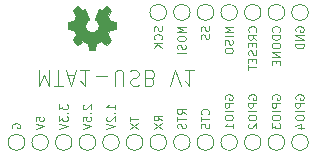
<source format=gbr>
%TF.GenerationSoftware,KiCad,Pcbnew,(6.0.4)*%
%TF.CreationDate,2022-08-13T13:22:29+02:00*%
%TF.ProjectId,mta1_usb,6d746131-5f75-4736-922e-6b696361645f,rev?*%
%TF.SameCoordinates,Original*%
%TF.FileFunction,Legend,Bot*%
%TF.FilePolarity,Positive*%
%FSLAX46Y46*%
G04 Gerber Fmt 4.6, Leading zero omitted, Abs format (unit mm)*
G04 Created by KiCad (PCBNEW (6.0.4)) date 2022-08-13 13:22:29*
%MOMM*%
%LPD*%
G01*
G04 APERTURE LIST*
%ADD10C,0.080000*%
%ADD11C,0.100000*%
%ADD12C,0.120000*%
%ADD13C,0.000100*%
%ADD14C,0.007514*%
G04 APERTURE END LIST*
D10*
X119150000Y-95848000D02*
X119116666Y-95781333D01*
X119116666Y-95681333D01*
X119150000Y-95581333D01*
X119216666Y-95514666D01*
X119283333Y-95481333D01*
X119416666Y-95448000D01*
X119516666Y-95448000D01*
X119650000Y-95481333D01*
X119716666Y-95514666D01*
X119783333Y-95581333D01*
X119816666Y-95681333D01*
X119816666Y-95748000D01*
X119783333Y-95848000D01*
X119750000Y-95881333D01*
X119516666Y-95881333D01*
X119516666Y-95748000D01*
X119816666Y-96181333D02*
X119116666Y-96181333D01*
X119116666Y-96448000D01*
X119150000Y-96514666D01*
X119183333Y-96548000D01*
X119250000Y-96581333D01*
X119350000Y-96581333D01*
X119416666Y-96548000D01*
X119450000Y-96514666D01*
X119483333Y-96448000D01*
X119483333Y-96181333D01*
X119816666Y-96881333D02*
X119116666Y-96881333D01*
X119116666Y-97348000D02*
X119116666Y-97481333D01*
X119150000Y-97548000D01*
X119216666Y-97614666D01*
X119350000Y-97648000D01*
X119583333Y-97648000D01*
X119716666Y-97614666D01*
X119783333Y-97548000D01*
X119816666Y-97481333D01*
X119816666Y-97348000D01*
X119783333Y-97281333D01*
X119716666Y-97214666D01*
X119583333Y-97181333D01*
X119350000Y-97181333D01*
X119216666Y-97214666D01*
X119150000Y-97281333D01*
X119116666Y-97348000D01*
X119816666Y-98314666D02*
X119816666Y-97914666D01*
X119816666Y-98114666D02*
X119116666Y-98114666D01*
X119216666Y-98048000D01*
X119283333Y-97981333D01*
X119316666Y-97914666D01*
X109816666Y-96714666D02*
X109816666Y-96314666D01*
X109816666Y-96514666D02*
X109116666Y-96514666D01*
X109216666Y-96448000D01*
X109283333Y-96381333D01*
X109316666Y-96314666D01*
X109750000Y-97014666D02*
X109783333Y-97048000D01*
X109816666Y-97014666D01*
X109783333Y-96981333D01*
X109750000Y-97014666D01*
X109816666Y-97014666D01*
X109183333Y-97314666D02*
X109150000Y-97348000D01*
X109116666Y-97414666D01*
X109116666Y-97581333D01*
X109150000Y-97648000D01*
X109183333Y-97681333D01*
X109250000Y-97714666D01*
X109316666Y-97714666D01*
X109416666Y-97681333D01*
X109816666Y-97281333D01*
X109816666Y-97714666D01*
X109116666Y-97914666D02*
X109816666Y-98148000D01*
X109116666Y-98381333D01*
X117750000Y-97114666D02*
X117783333Y-97081333D01*
X117816666Y-96981333D01*
X117816666Y-96914666D01*
X117783333Y-96814666D01*
X117716666Y-96748000D01*
X117650000Y-96714666D01*
X117516666Y-96681333D01*
X117416666Y-96681333D01*
X117283333Y-96714666D01*
X117216666Y-96748000D01*
X117150000Y-96814666D01*
X117116666Y-96914666D01*
X117116666Y-96981333D01*
X117150000Y-97081333D01*
X117183333Y-97114666D01*
X117116666Y-97314666D02*
X117116666Y-97714666D01*
X117816666Y-97514666D02*
X117116666Y-97514666D01*
X117783333Y-97914666D02*
X117816666Y-98014666D01*
X117816666Y-98181333D01*
X117783333Y-98248000D01*
X117750000Y-98281333D01*
X117683333Y-98314666D01*
X117616666Y-98314666D01*
X117550000Y-98281333D01*
X117516666Y-98248000D01*
X117483333Y-98181333D01*
X117450000Y-98048000D01*
X117416666Y-97981333D01*
X117383333Y-97948000D01*
X117316666Y-97914666D01*
X117250000Y-97914666D01*
X117183333Y-97948000D01*
X117150000Y-97981333D01*
X117116666Y-98048000D01*
X117116666Y-98214666D01*
X117150000Y-98314666D01*
X101150000Y-98281333D02*
X101116666Y-98214666D01*
X101116666Y-98114666D01*
X101150000Y-98014666D01*
X101216666Y-97948000D01*
X101283333Y-97914666D01*
X101416666Y-97881333D01*
X101516666Y-97881333D01*
X101650000Y-97914666D01*
X101716666Y-97948000D01*
X101783333Y-98014666D01*
X101816666Y-98114666D01*
X101816666Y-98181333D01*
X101783333Y-98281333D01*
X101750000Y-98314666D01*
X101516666Y-98314666D01*
X101516666Y-98181333D01*
X123750000Y-90118666D02*
X123783333Y-90085333D01*
X123816666Y-89985333D01*
X123816666Y-89918666D01*
X123783333Y-89818666D01*
X123716666Y-89752000D01*
X123650000Y-89718666D01*
X123516666Y-89685333D01*
X123416666Y-89685333D01*
X123283333Y-89718666D01*
X123216666Y-89752000D01*
X123150000Y-89818666D01*
X123116666Y-89918666D01*
X123116666Y-89985333D01*
X123150000Y-90085333D01*
X123183333Y-90118666D01*
X123816666Y-90418666D02*
X123116666Y-90418666D01*
X123116666Y-90585333D01*
X123150000Y-90685333D01*
X123216666Y-90752000D01*
X123283333Y-90785333D01*
X123416666Y-90818666D01*
X123516666Y-90818666D01*
X123650000Y-90785333D01*
X123716666Y-90752000D01*
X123783333Y-90685333D01*
X123816666Y-90585333D01*
X123816666Y-90418666D01*
X123116666Y-91252000D02*
X123116666Y-91385333D01*
X123150000Y-91452000D01*
X123216666Y-91518666D01*
X123350000Y-91552000D01*
X123583333Y-91552000D01*
X123716666Y-91518666D01*
X123783333Y-91452000D01*
X123816666Y-91385333D01*
X123816666Y-91252000D01*
X123783333Y-91185333D01*
X123716666Y-91118666D01*
X123583333Y-91085333D01*
X123350000Y-91085333D01*
X123216666Y-91118666D01*
X123150000Y-91185333D01*
X123116666Y-91252000D01*
X123816666Y-91852000D02*
X123116666Y-91852000D01*
X123816666Y-92252000D01*
X123116666Y-92252000D01*
X123450000Y-92585333D02*
X123450000Y-92818666D01*
X123816666Y-92918666D02*
X123816666Y-92585333D01*
X123116666Y-92585333D01*
X123116666Y-92918666D01*
X115816666Y-89718666D02*
X115116666Y-89718666D01*
X115616666Y-89952000D01*
X115116666Y-90185333D01*
X115816666Y-90185333D01*
X115116666Y-90652000D02*
X115116666Y-90785333D01*
X115150000Y-90852000D01*
X115216666Y-90918666D01*
X115350000Y-90952000D01*
X115583333Y-90952000D01*
X115716666Y-90918666D01*
X115783333Y-90852000D01*
X115816666Y-90785333D01*
X115816666Y-90652000D01*
X115783333Y-90585333D01*
X115716666Y-90518666D01*
X115583333Y-90485333D01*
X115350000Y-90485333D01*
X115216666Y-90518666D01*
X115150000Y-90585333D01*
X115116666Y-90652000D01*
X115783333Y-91218666D02*
X115816666Y-91318666D01*
X115816666Y-91485333D01*
X115783333Y-91552000D01*
X115750000Y-91585333D01*
X115683333Y-91618666D01*
X115616666Y-91618666D01*
X115550000Y-91585333D01*
X115516666Y-91552000D01*
X115483333Y-91485333D01*
X115450000Y-91352000D01*
X115416666Y-91285333D01*
X115383333Y-91252000D01*
X115316666Y-91218666D01*
X115250000Y-91218666D01*
X115183333Y-91252000D01*
X115150000Y-91285333D01*
X115116666Y-91352000D01*
X115116666Y-91518666D01*
X115150000Y-91618666D01*
X115816666Y-91918666D02*
X115116666Y-91918666D01*
X125150000Y-95848000D02*
X125116666Y-95781333D01*
X125116666Y-95681333D01*
X125150000Y-95581333D01*
X125216666Y-95514666D01*
X125283333Y-95481333D01*
X125416666Y-95448000D01*
X125516666Y-95448000D01*
X125650000Y-95481333D01*
X125716666Y-95514666D01*
X125783333Y-95581333D01*
X125816666Y-95681333D01*
X125816666Y-95748000D01*
X125783333Y-95848000D01*
X125750000Y-95881333D01*
X125516666Y-95881333D01*
X125516666Y-95748000D01*
X125816666Y-96181333D02*
X125116666Y-96181333D01*
X125116666Y-96448000D01*
X125150000Y-96514666D01*
X125183333Y-96548000D01*
X125250000Y-96581333D01*
X125350000Y-96581333D01*
X125416666Y-96548000D01*
X125450000Y-96514666D01*
X125483333Y-96448000D01*
X125483333Y-96181333D01*
X125816666Y-96881333D02*
X125116666Y-96881333D01*
X125116666Y-97348000D02*
X125116666Y-97481333D01*
X125150000Y-97548000D01*
X125216666Y-97614666D01*
X125350000Y-97648000D01*
X125583333Y-97648000D01*
X125716666Y-97614666D01*
X125783333Y-97548000D01*
X125816666Y-97481333D01*
X125816666Y-97348000D01*
X125783333Y-97281333D01*
X125716666Y-97214666D01*
X125583333Y-97181333D01*
X125350000Y-97181333D01*
X125216666Y-97214666D01*
X125150000Y-97281333D01*
X125116666Y-97348000D01*
X125350000Y-98248000D02*
X125816666Y-98248000D01*
X125083333Y-98081333D02*
X125583333Y-97914666D01*
X125583333Y-98348000D01*
X113816666Y-97648000D02*
X113483333Y-97414666D01*
X113816666Y-97248000D02*
X113116666Y-97248000D01*
X113116666Y-97514666D01*
X113150000Y-97581333D01*
X113183333Y-97614666D01*
X113250000Y-97648000D01*
X113350000Y-97648000D01*
X113416666Y-97614666D01*
X113450000Y-97581333D01*
X113483333Y-97514666D01*
X113483333Y-97248000D01*
X113116666Y-97881333D02*
X113816666Y-98348000D01*
X113116666Y-98348000D02*
X113816666Y-97881333D01*
X105116666Y-96281333D02*
X105116666Y-96714666D01*
X105383333Y-96481333D01*
X105383333Y-96581333D01*
X105416666Y-96648000D01*
X105450000Y-96681333D01*
X105516666Y-96714666D01*
X105683333Y-96714666D01*
X105750000Y-96681333D01*
X105783333Y-96648000D01*
X105816666Y-96581333D01*
X105816666Y-96381333D01*
X105783333Y-96314666D01*
X105750000Y-96281333D01*
X105750000Y-97014666D02*
X105783333Y-97048000D01*
X105816666Y-97014666D01*
X105783333Y-96981333D01*
X105750000Y-97014666D01*
X105816666Y-97014666D01*
X105116666Y-97281333D02*
X105116666Y-97714666D01*
X105383333Y-97481333D01*
X105383333Y-97581333D01*
X105416666Y-97648000D01*
X105450000Y-97681333D01*
X105516666Y-97714666D01*
X105683333Y-97714666D01*
X105750000Y-97681333D01*
X105783333Y-97648000D01*
X105816666Y-97581333D01*
X105816666Y-97381333D01*
X105783333Y-97314666D01*
X105750000Y-97281333D01*
X105116666Y-97914666D02*
X105816666Y-98148000D01*
X105116666Y-98381333D01*
X111116666Y-97314666D02*
X111116666Y-97714666D01*
X111816666Y-97514666D02*
X111116666Y-97514666D01*
X111116666Y-97881333D02*
X111816666Y-98348000D01*
X111116666Y-98348000D02*
X111816666Y-97881333D01*
X125150000Y-90085333D02*
X125116666Y-90018666D01*
X125116666Y-89918666D01*
X125150000Y-89818666D01*
X125216666Y-89752000D01*
X125283333Y-89718666D01*
X125416666Y-89685333D01*
X125516666Y-89685333D01*
X125650000Y-89718666D01*
X125716666Y-89752000D01*
X125783333Y-89818666D01*
X125816666Y-89918666D01*
X125816666Y-89985333D01*
X125783333Y-90085333D01*
X125750000Y-90118666D01*
X125516666Y-90118666D01*
X125516666Y-89985333D01*
X125816666Y-90418666D02*
X125116666Y-90418666D01*
X125816666Y-90818666D01*
X125116666Y-90818666D01*
X125816666Y-91152000D02*
X125116666Y-91152000D01*
X125116666Y-91318666D01*
X125150000Y-91418666D01*
X125216666Y-91485333D01*
X125283333Y-91518666D01*
X125416666Y-91552000D01*
X125516666Y-91552000D01*
X125650000Y-91518666D01*
X125716666Y-91485333D01*
X125783333Y-91418666D01*
X125816666Y-91318666D01*
X125816666Y-91152000D01*
X113783333Y-89685333D02*
X113816666Y-89785333D01*
X113816666Y-89952000D01*
X113783333Y-90018666D01*
X113750000Y-90052000D01*
X113683333Y-90085333D01*
X113616666Y-90085333D01*
X113550000Y-90052000D01*
X113516666Y-90018666D01*
X113483333Y-89952000D01*
X113450000Y-89818666D01*
X113416666Y-89752000D01*
X113383333Y-89718666D01*
X113316666Y-89685333D01*
X113250000Y-89685333D01*
X113183333Y-89718666D01*
X113150000Y-89752000D01*
X113116666Y-89818666D01*
X113116666Y-89985333D01*
X113150000Y-90085333D01*
X113750000Y-90785333D02*
X113783333Y-90752000D01*
X113816666Y-90652000D01*
X113816666Y-90585333D01*
X113783333Y-90485333D01*
X113716666Y-90418666D01*
X113650000Y-90385333D01*
X113516666Y-90352000D01*
X113416666Y-90352000D01*
X113283333Y-90385333D01*
X113216666Y-90418666D01*
X113150000Y-90485333D01*
X113116666Y-90585333D01*
X113116666Y-90652000D01*
X113150000Y-90752000D01*
X113183333Y-90785333D01*
X113816666Y-91085333D02*
X113116666Y-91085333D01*
X113816666Y-91485333D02*
X113416666Y-91185333D01*
X113116666Y-91485333D02*
X113516666Y-91085333D01*
X119816666Y-89718666D02*
X119116666Y-89718666D01*
X119616666Y-89952000D01*
X119116666Y-90185333D01*
X119816666Y-90185333D01*
X119816666Y-90518666D02*
X119116666Y-90518666D01*
X119783333Y-90818666D02*
X119816666Y-90918666D01*
X119816666Y-91085333D01*
X119783333Y-91152000D01*
X119750000Y-91185333D01*
X119683333Y-91218666D01*
X119616666Y-91218666D01*
X119550000Y-91185333D01*
X119516666Y-91152000D01*
X119483333Y-91085333D01*
X119450000Y-90952000D01*
X119416666Y-90885333D01*
X119383333Y-90852000D01*
X119316666Y-90818666D01*
X119250000Y-90818666D01*
X119183333Y-90852000D01*
X119150000Y-90885333D01*
X119116666Y-90952000D01*
X119116666Y-91118666D01*
X119150000Y-91218666D01*
X119116666Y-91652000D02*
X119116666Y-91785333D01*
X119150000Y-91852000D01*
X119216666Y-91918666D01*
X119350000Y-91952000D01*
X119583333Y-91952000D01*
X119716666Y-91918666D01*
X119783333Y-91852000D01*
X119816666Y-91785333D01*
X119816666Y-91652000D01*
X119783333Y-91585333D01*
X119716666Y-91518666D01*
X119583333Y-91485333D01*
X119350000Y-91485333D01*
X119216666Y-91518666D01*
X119150000Y-91585333D01*
X119116666Y-91652000D01*
D11*
X103374523Y-93411904D02*
X103374523Y-94711904D01*
X103807857Y-93783333D01*
X104241190Y-94711904D01*
X104241190Y-93411904D01*
X104674523Y-94711904D02*
X105417380Y-94711904D01*
X105045952Y-93411904D02*
X105045952Y-94711904D01*
X105788809Y-93783333D02*
X106407857Y-93783333D01*
X105665000Y-93411904D02*
X106098333Y-94711904D01*
X106531666Y-93411904D01*
X107645952Y-93411904D02*
X106903095Y-93411904D01*
X107274523Y-93411904D02*
X107274523Y-94711904D01*
X107150714Y-94526190D01*
X107026904Y-94402380D01*
X106903095Y-94340476D01*
X108203095Y-93907142D02*
X109193571Y-93907142D01*
X109812619Y-94711904D02*
X109812619Y-93659523D01*
X109874523Y-93535714D01*
X109936428Y-93473809D01*
X110060238Y-93411904D01*
X110307857Y-93411904D01*
X110431666Y-93473809D01*
X110493571Y-93535714D01*
X110555476Y-93659523D01*
X110555476Y-94711904D01*
X111112619Y-93473809D02*
X111298333Y-93411904D01*
X111607857Y-93411904D01*
X111731666Y-93473809D01*
X111793571Y-93535714D01*
X111855476Y-93659523D01*
X111855476Y-93783333D01*
X111793571Y-93907142D01*
X111731666Y-93969047D01*
X111607857Y-94030952D01*
X111360238Y-94092857D01*
X111236428Y-94154761D01*
X111174523Y-94216666D01*
X111112619Y-94340476D01*
X111112619Y-94464285D01*
X111174523Y-94588095D01*
X111236428Y-94650000D01*
X111360238Y-94711904D01*
X111669761Y-94711904D01*
X111855476Y-94650000D01*
X112845952Y-94092857D02*
X113031666Y-94030952D01*
X113093571Y-93969047D01*
X113155476Y-93845238D01*
X113155476Y-93659523D01*
X113093571Y-93535714D01*
X113031666Y-93473809D01*
X112907857Y-93411904D01*
X112412619Y-93411904D01*
X112412619Y-94711904D01*
X112845952Y-94711904D01*
X112969761Y-94650000D01*
X113031666Y-94588095D01*
X113093571Y-94464285D01*
X113093571Y-94340476D01*
X113031666Y-94216666D01*
X112969761Y-94154761D01*
X112845952Y-94092857D01*
X112412619Y-94092857D01*
X114517380Y-94711904D02*
X114950714Y-93411904D01*
X115384047Y-94711904D01*
X116498333Y-93411904D02*
X115755476Y-93411904D01*
X116126904Y-93411904D02*
X116126904Y-94711904D01*
X116003095Y-94526190D01*
X115879285Y-94402380D01*
X115755476Y-94340476D01*
D10*
X115816666Y-97114666D02*
X115483333Y-96881333D01*
X115816666Y-96714666D02*
X115116666Y-96714666D01*
X115116666Y-96981333D01*
X115150000Y-97048000D01*
X115183333Y-97081333D01*
X115250000Y-97114666D01*
X115350000Y-97114666D01*
X115416666Y-97081333D01*
X115450000Y-97048000D01*
X115483333Y-96981333D01*
X115483333Y-96714666D01*
X115116666Y-97314666D02*
X115116666Y-97714666D01*
X115816666Y-97514666D02*
X115116666Y-97514666D01*
X115783333Y-97914666D02*
X115816666Y-98014666D01*
X115816666Y-98181333D01*
X115783333Y-98248000D01*
X115750000Y-98281333D01*
X115683333Y-98314666D01*
X115616666Y-98314666D01*
X115550000Y-98281333D01*
X115516666Y-98248000D01*
X115483333Y-98181333D01*
X115450000Y-98048000D01*
X115416666Y-97981333D01*
X115383333Y-97948000D01*
X115316666Y-97914666D01*
X115250000Y-97914666D01*
X115183333Y-97948000D01*
X115150000Y-97981333D01*
X115116666Y-98048000D01*
X115116666Y-98214666D01*
X115150000Y-98314666D01*
X103116666Y-97681333D02*
X103116666Y-97348000D01*
X103450000Y-97314666D01*
X103416666Y-97348000D01*
X103383333Y-97414666D01*
X103383333Y-97581333D01*
X103416666Y-97648000D01*
X103450000Y-97681333D01*
X103516666Y-97714666D01*
X103683333Y-97714666D01*
X103750000Y-97681333D01*
X103783333Y-97648000D01*
X103816666Y-97581333D01*
X103816666Y-97414666D01*
X103783333Y-97348000D01*
X103750000Y-97314666D01*
X103116666Y-97914666D02*
X103816666Y-98148000D01*
X103116666Y-98381333D01*
X121750000Y-90118666D02*
X121783333Y-90085333D01*
X121816666Y-89985333D01*
X121816666Y-89918666D01*
X121783333Y-89818666D01*
X121716666Y-89752000D01*
X121650000Y-89718666D01*
X121516666Y-89685333D01*
X121416666Y-89685333D01*
X121283333Y-89718666D01*
X121216666Y-89752000D01*
X121150000Y-89818666D01*
X121116666Y-89918666D01*
X121116666Y-89985333D01*
X121150000Y-90085333D01*
X121183333Y-90118666D01*
X121816666Y-90818666D02*
X121483333Y-90585333D01*
X121816666Y-90418666D02*
X121116666Y-90418666D01*
X121116666Y-90685333D01*
X121150000Y-90752000D01*
X121183333Y-90785333D01*
X121250000Y-90818666D01*
X121350000Y-90818666D01*
X121416666Y-90785333D01*
X121450000Y-90752000D01*
X121483333Y-90685333D01*
X121483333Y-90418666D01*
X121450000Y-91118666D02*
X121450000Y-91352000D01*
X121816666Y-91452000D02*
X121816666Y-91118666D01*
X121116666Y-91118666D01*
X121116666Y-91452000D01*
X121783333Y-91718666D02*
X121816666Y-91818666D01*
X121816666Y-91985333D01*
X121783333Y-92052000D01*
X121750000Y-92085333D01*
X121683333Y-92118666D01*
X121616666Y-92118666D01*
X121550000Y-92085333D01*
X121516666Y-92052000D01*
X121483333Y-91985333D01*
X121450000Y-91852000D01*
X121416666Y-91785333D01*
X121383333Y-91752000D01*
X121316666Y-91718666D01*
X121250000Y-91718666D01*
X121183333Y-91752000D01*
X121150000Y-91785333D01*
X121116666Y-91852000D01*
X121116666Y-92018666D01*
X121150000Y-92118666D01*
X121450000Y-92418666D02*
X121450000Y-92652000D01*
X121816666Y-92752000D02*
X121816666Y-92418666D01*
X121116666Y-92418666D01*
X121116666Y-92752000D01*
X121116666Y-92952000D02*
X121116666Y-93352000D01*
X121816666Y-93152000D02*
X121116666Y-93152000D01*
X123150000Y-95848000D02*
X123116666Y-95781333D01*
X123116666Y-95681333D01*
X123150000Y-95581333D01*
X123216666Y-95514666D01*
X123283333Y-95481333D01*
X123416666Y-95448000D01*
X123516666Y-95448000D01*
X123650000Y-95481333D01*
X123716666Y-95514666D01*
X123783333Y-95581333D01*
X123816666Y-95681333D01*
X123816666Y-95748000D01*
X123783333Y-95848000D01*
X123750000Y-95881333D01*
X123516666Y-95881333D01*
X123516666Y-95748000D01*
X123816666Y-96181333D02*
X123116666Y-96181333D01*
X123116666Y-96448000D01*
X123150000Y-96514666D01*
X123183333Y-96548000D01*
X123250000Y-96581333D01*
X123350000Y-96581333D01*
X123416666Y-96548000D01*
X123450000Y-96514666D01*
X123483333Y-96448000D01*
X123483333Y-96181333D01*
X123816666Y-96881333D02*
X123116666Y-96881333D01*
X123116666Y-97348000D02*
X123116666Y-97481333D01*
X123150000Y-97548000D01*
X123216666Y-97614666D01*
X123350000Y-97648000D01*
X123583333Y-97648000D01*
X123716666Y-97614666D01*
X123783333Y-97548000D01*
X123816666Y-97481333D01*
X123816666Y-97348000D01*
X123783333Y-97281333D01*
X123716666Y-97214666D01*
X123583333Y-97181333D01*
X123350000Y-97181333D01*
X123216666Y-97214666D01*
X123150000Y-97281333D01*
X123116666Y-97348000D01*
X123116666Y-97881333D02*
X123116666Y-98314666D01*
X123383333Y-98081333D01*
X123383333Y-98181333D01*
X123416666Y-98248000D01*
X123450000Y-98281333D01*
X123516666Y-98314666D01*
X123683333Y-98314666D01*
X123750000Y-98281333D01*
X123783333Y-98248000D01*
X123816666Y-98181333D01*
X123816666Y-97981333D01*
X123783333Y-97914666D01*
X123750000Y-97881333D01*
X121150000Y-95848000D02*
X121116666Y-95781333D01*
X121116666Y-95681333D01*
X121150000Y-95581333D01*
X121216666Y-95514666D01*
X121283333Y-95481333D01*
X121416666Y-95448000D01*
X121516666Y-95448000D01*
X121650000Y-95481333D01*
X121716666Y-95514666D01*
X121783333Y-95581333D01*
X121816666Y-95681333D01*
X121816666Y-95748000D01*
X121783333Y-95848000D01*
X121750000Y-95881333D01*
X121516666Y-95881333D01*
X121516666Y-95748000D01*
X121816666Y-96181333D02*
X121116666Y-96181333D01*
X121116666Y-96448000D01*
X121150000Y-96514666D01*
X121183333Y-96548000D01*
X121250000Y-96581333D01*
X121350000Y-96581333D01*
X121416666Y-96548000D01*
X121450000Y-96514666D01*
X121483333Y-96448000D01*
X121483333Y-96181333D01*
X121816666Y-96881333D02*
X121116666Y-96881333D01*
X121116666Y-97348000D02*
X121116666Y-97481333D01*
X121150000Y-97548000D01*
X121216666Y-97614666D01*
X121350000Y-97648000D01*
X121583333Y-97648000D01*
X121716666Y-97614666D01*
X121783333Y-97548000D01*
X121816666Y-97481333D01*
X121816666Y-97348000D01*
X121783333Y-97281333D01*
X121716666Y-97214666D01*
X121583333Y-97181333D01*
X121350000Y-97181333D01*
X121216666Y-97214666D01*
X121150000Y-97281333D01*
X121116666Y-97348000D01*
X121183333Y-97914666D02*
X121150000Y-97948000D01*
X121116666Y-98014666D01*
X121116666Y-98181333D01*
X121150000Y-98248000D01*
X121183333Y-98281333D01*
X121250000Y-98314666D01*
X121316666Y-98314666D01*
X121416666Y-98281333D01*
X121816666Y-97881333D01*
X121816666Y-98314666D01*
X107183333Y-96314666D02*
X107150000Y-96348000D01*
X107116666Y-96414666D01*
X107116666Y-96581333D01*
X107150000Y-96648000D01*
X107183333Y-96681333D01*
X107250000Y-96714666D01*
X107316666Y-96714666D01*
X107416666Y-96681333D01*
X107816666Y-96281333D01*
X107816666Y-96714666D01*
X107750000Y-97014666D02*
X107783333Y-97048000D01*
X107816666Y-97014666D01*
X107783333Y-96981333D01*
X107750000Y-97014666D01*
X107816666Y-97014666D01*
X107116666Y-97681333D02*
X107116666Y-97348000D01*
X107450000Y-97314666D01*
X107416666Y-97348000D01*
X107383333Y-97414666D01*
X107383333Y-97581333D01*
X107416666Y-97648000D01*
X107450000Y-97681333D01*
X107516666Y-97714666D01*
X107683333Y-97714666D01*
X107750000Y-97681333D01*
X107783333Y-97648000D01*
X107816666Y-97581333D01*
X107816666Y-97414666D01*
X107783333Y-97348000D01*
X107750000Y-97314666D01*
X107116666Y-97914666D02*
X107816666Y-98148000D01*
X107116666Y-98381333D01*
X117783333Y-89685333D02*
X117816666Y-89785333D01*
X117816666Y-89952000D01*
X117783333Y-90018666D01*
X117750000Y-90052000D01*
X117683333Y-90085333D01*
X117616666Y-90085333D01*
X117550000Y-90052000D01*
X117516666Y-90018666D01*
X117483333Y-89952000D01*
X117450000Y-89818666D01*
X117416666Y-89752000D01*
X117383333Y-89718666D01*
X117316666Y-89685333D01*
X117250000Y-89685333D01*
X117183333Y-89718666D01*
X117150000Y-89752000D01*
X117116666Y-89818666D01*
X117116666Y-89985333D01*
X117150000Y-90085333D01*
X117783333Y-90352000D02*
X117816666Y-90452000D01*
X117816666Y-90618666D01*
X117783333Y-90685333D01*
X117750000Y-90718666D01*
X117683333Y-90752000D01*
X117616666Y-90752000D01*
X117550000Y-90718666D01*
X117516666Y-90685333D01*
X117483333Y-90618666D01*
X117450000Y-90485333D01*
X117416666Y-90418666D01*
X117383333Y-90385333D01*
X117316666Y-90352000D01*
X117250000Y-90352000D01*
X117183333Y-90385333D01*
X117150000Y-90418666D01*
X117116666Y-90485333D01*
X117116666Y-90652000D01*
X117150000Y-90752000D01*
D12*
%TO.C,TP1*%
X104200000Y-99500000D02*
G75*
G03*
X104200000Y-99500000I-700000J0D01*
G01*
%TO.C,TP3*%
X108200000Y-99500000D02*
G75*
G03*
X108200000Y-99500000I-700000J0D01*
G01*
%TO.C,TP4*%
X110200000Y-99500000D02*
G75*
G03*
X110200000Y-99500000I-700000J0D01*
G01*
%TO.C,TP2*%
X106200000Y-99500000D02*
G75*
G03*
X106200000Y-99500000I-700000J0D01*
G01*
%TO.C,TP7*%
X114200000Y-99500000D02*
G75*
G03*
X114200000Y-99500000I-700000J0D01*
G01*
%TO.C,TP9*%
X118200000Y-99500000D02*
G75*
G03*
X118200000Y-99500000I-700000J0D01*
G01*
%TO.C,TP5*%
X126200000Y-88500000D02*
G75*
G03*
X126200000Y-88500000I-700000J0D01*
G01*
%TO.C,TP18*%
X120200000Y-99500000D02*
G75*
G03*
X120200000Y-99500000I-700000J0D01*
G01*
%TO.C,REF\u002A\u002A*%
G36*
X109142060Y-87992980D02*
G01*
X109512900Y-88363820D01*
X109515440Y-88373980D01*
X109515440Y-88379060D01*
X109512900Y-88389220D01*
X109510360Y-88394300D01*
X109230960Y-88800700D01*
X109228420Y-88813400D01*
X109228420Y-88821020D01*
X109231520Y-88835072D01*
X109383397Y-89214459D01*
X109393520Y-89227420D01*
X109403680Y-89235040D01*
X109413840Y-89240120D01*
X109904060Y-89331560D01*
X109911680Y-89336640D01*
X109919300Y-89346800D01*
X109921840Y-89356960D01*
X109921840Y-89872580D01*
X109919300Y-89880200D01*
X109916760Y-89885280D01*
X109911680Y-89890360D01*
X109904060Y-89895440D01*
X109896440Y-89897980D01*
X109403680Y-89989420D01*
X109393520Y-89991960D01*
X109378280Y-90002120D01*
X109375740Y-90007200D01*
X109370594Y-90015315D01*
X109215720Y-90378040D01*
X109213180Y-90388200D01*
X109213180Y-90398360D01*
X109218260Y-90405980D01*
X109220800Y-90411060D01*
X109515440Y-90840320D01*
X109515440Y-90847940D01*
X109512900Y-90855560D01*
X109505280Y-90870800D01*
X109136980Y-91236560D01*
X109126820Y-91239100D01*
X109119200Y-91239100D01*
X109114120Y-91236560D01*
X108679780Y-90939380D01*
X108672160Y-90936840D01*
X108656920Y-90934300D01*
X108644220Y-90936840D01*
X108636600Y-90939380D01*
X108286080Y-91081620D01*
X108278460Y-91089240D01*
X108273380Y-91096860D01*
X108269232Y-91106847D01*
X108171780Y-91630260D01*
X108164160Y-91637880D01*
X108159080Y-91640420D01*
X108151460Y-91642960D01*
X108143840Y-91642960D01*
X107633268Y-91644817D01*
X107620600Y-91640420D01*
X107612980Y-91635340D01*
X107605360Y-91625180D01*
X107510699Y-91106847D01*
X107506300Y-91096860D01*
X107498680Y-91086700D01*
X107485980Y-91079080D01*
X107132920Y-90934300D01*
X107107520Y-90934300D01*
X106670640Y-91234020D01*
X106663020Y-91239100D01*
X106655400Y-91239100D01*
X106645240Y-91236560D01*
X106635300Y-91231480D01*
X106630000Y-91226400D01*
X106274400Y-90868260D01*
X106266780Y-90860640D01*
X106264240Y-90850480D01*
X106266780Y-90837780D01*
X106274400Y-90827620D01*
X106556340Y-90416140D01*
X106561420Y-90408520D01*
X106563960Y-90400900D01*
X106563960Y-90378040D01*
X106556340Y-90360260D01*
X106406480Y-90007200D01*
X106398860Y-89999580D01*
X106386160Y-89991960D01*
X106378540Y-89989420D01*
X105883240Y-89897980D01*
X105873080Y-89895440D01*
X105865460Y-89887820D01*
X105860380Y-89880200D01*
X105858898Y-89870538D01*
X105857840Y-89359500D01*
X105860380Y-89349340D01*
X105865460Y-89339180D01*
X105878160Y-89331560D01*
X106353140Y-89242660D01*
X106376000Y-89237580D01*
X106388700Y-89227420D01*
X106393780Y-89219800D01*
X106548720Y-88831180D01*
X106551260Y-88823560D01*
X106551260Y-88810860D01*
X106548720Y-88800700D01*
X106543640Y-88793080D01*
X106269320Y-88391760D01*
X106266780Y-88386680D01*
X106266780Y-88373980D01*
X106274400Y-88358740D01*
X106284560Y-88346040D01*
X106640160Y-87992980D01*
X106655400Y-87987900D01*
X106670640Y-87990440D01*
X106683340Y-88000600D01*
X107066880Y-88264760D01*
X107074500Y-88267300D01*
X107084660Y-88269840D01*
X107097360Y-88267300D01*
X107110060Y-88262220D01*
X107287860Y-88170780D01*
X107300560Y-88173320D01*
X107310720Y-88188560D01*
X107666320Y-89052160D01*
X107666320Y-89067400D01*
X107663780Y-89075020D01*
X107653620Y-89085180D01*
X107508840Y-89189320D01*
X107468200Y-89232500D01*
X107430100Y-89278220D01*
X107397080Y-89329020D01*
X107371680Y-89379820D01*
X107351360Y-89433160D01*
X107338660Y-89473800D01*
X107325960Y-89547460D01*
X107323420Y-89595720D01*
X107323420Y-89631280D01*
X107325960Y-89684620D01*
X107338660Y-89740500D01*
X107353900Y-89801460D01*
X107384380Y-89867500D01*
X107407240Y-89910680D01*
X107447880Y-89964020D01*
X107488520Y-90012280D01*
X107564720Y-90078320D01*
X107661240Y-90131660D01*
X107757760Y-90164680D01*
X107856820Y-90177380D01*
X107943180Y-90177380D01*
X107991440Y-90169760D01*
X108037160Y-90159600D01*
X108103200Y-90139280D01*
X108169240Y-90106260D01*
X108214960Y-90075780D01*
X108268300Y-90035140D01*
X108316560Y-89986880D01*
X108362280Y-89925920D01*
X108413080Y-89834480D01*
X108446100Y-89727800D01*
X108456260Y-89643980D01*
X108456260Y-89572860D01*
X108448640Y-89511900D01*
X108428320Y-89430620D01*
X108385140Y-89334100D01*
X108336880Y-89257900D01*
X108255600Y-89176620D01*
X108202260Y-89138520D01*
X108161620Y-89108040D01*
X108126060Y-89087720D01*
X108115900Y-89077560D01*
X108113360Y-89069940D01*
X108113360Y-89054700D01*
X108118440Y-89044540D01*
X108474040Y-88183480D01*
X108479120Y-88175860D01*
X108484200Y-88173320D01*
X108491820Y-88170780D01*
X108499440Y-88170780D01*
X108679780Y-88267300D01*
X108689940Y-88269840D01*
X108700100Y-88269840D01*
X108710260Y-88267300D01*
X108717880Y-88262220D01*
X109111580Y-87992980D01*
X109116660Y-87990440D01*
X109124280Y-87987900D01*
X109134440Y-87987900D01*
X109142060Y-87992980D01*
G37*
D13*
X109142060Y-87992980D02*
X109512900Y-88363820D01*
X109515440Y-88373980D01*
X109515440Y-88379060D01*
X109512900Y-88389220D01*
X109510360Y-88394300D01*
X109230960Y-88800700D01*
X109228420Y-88813400D01*
X109228420Y-88821020D01*
X109231520Y-88835072D01*
X109383397Y-89214459D01*
X109393520Y-89227420D01*
X109403680Y-89235040D01*
X109413840Y-89240120D01*
X109904060Y-89331560D01*
X109911680Y-89336640D01*
X109919300Y-89346800D01*
X109921840Y-89356960D01*
X109921840Y-89872580D01*
X109919300Y-89880200D01*
X109916760Y-89885280D01*
X109911680Y-89890360D01*
X109904060Y-89895440D01*
X109896440Y-89897980D01*
X109403680Y-89989420D01*
X109393520Y-89991960D01*
X109378280Y-90002120D01*
X109375740Y-90007200D01*
X109370594Y-90015315D01*
X109215720Y-90378040D01*
X109213180Y-90388200D01*
X109213180Y-90398360D01*
X109218260Y-90405980D01*
X109220800Y-90411060D01*
X109515440Y-90840320D01*
X109515440Y-90847940D01*
X109512900Y-90855560D01*
X109505280Y-90870800D01*
X109136980Y-91236560D01*
X109126820Y-91239100D01*
X109119200Y-91239100D01*
X109114120Y-91236560D01*
X108679780Y-90939380D01*
X108672160Y-90936840D01*
X108656920Y-90934300D01*
X108644220Y-90936840D01*
X108636600Y-90939380D01*
X108286080Y-91081620D01*
X108278460Y-91089240D01*
X108273380Y-91096860D01*
X108269232Y-91106847D01*
X108171780Y-91630260D01*
X108164160Y-91637880D01*
X108159080Y-91640420D01*
X108151460Y-91642960D01*
X108143840Y-91642960D01*
X107633268Y-91644817D01*
X107620600Y-91640420D01*
X107612980Y-91635340D01*
X107605360Y-91625180D01*
X107510699Y-91106847D01*
X107506300Y-91096860D01*
X107498680Y-91086700D01*
X107485980Y-91079080D01*
X107132920Y-90934300D01*
X107107520Y-90934300D01*
X106670640Y-91234020D01*
X106663020Y-91239100D01*
X106655400Y-91239100D01*
X106645240Y-91236560D01*
X106635300Y-91231480D01*
X106630000Y-91226400D01*
X106274400Y-90868260D01*
X106266780Y-90860640D01*
X106264240Y-90850480D01*
X106266780Y-90837780D01*
X106274400Y-90827620D01*
X106556340Y-90416140D01*
X106561420Y-90408520D01*
X106563960Y-90400900D01*
X106563960Y-90378040D01*
X106556340Y-90360260D01*
X106406480Y-90007200D01*
X106398860Y-89999580D01*
X106386160Y-89991960D01*
X106378540Y-89989420D01*
X105883240Y-89897980D01*
X105873080Y-89895440D01*
X105865460Y-89887820D01*
X105860380Y-89880200D01*
X105858898Y-89870538D01*
X105857840Y-89359500D01*
X105860380Y-89349340D01*
X105865460Y-89339180D01*
X105878160Y-89331560D01*
X106353140Y-89242660D01*
X106376000Y-89237580D01*
X106388700Y-89227420D01*
X106393780Y-89219800D01*
X106548720Y-88831180D01*
X106551260Y-88823560D01*
X106551260Y-88810860D01*
X106548720Y-88800700D01*
X106543640Y-88793080D01*
X106269320Y-88391760D01*
X106266780Y-88386680D01*
X106266780Y-88373980D01*
X106274400Y-88358740D01*
X106284560Y-88346040D01*
X106640160Y-87992980D01*
X106655400Y-87987900D01*
X106670640Y-87990440D01*
X106683340Y-88000600D01*
X107066880Y-88264760D01*
X107074500Y-88267300D01*
X107084660Y-88269840D01*
X107097360Y-88267300D01*
X107110060Y-88262220D01*
X107287860Y-88170780D01*
X107300560Y-88173320D01*
X107310720Y-88188560D01*
X107666320Y-89052160D01*
X107666320Y-89067400D01*
X107663780Y-89075020D01*
X107653620Y-89085180D01*
X107508840Y-89189320D01*
X107468200Y-89232500D01*
X107430100Y-89278220D01*
X107397080Y-89329020D01*
X107371680Y-89379820D01*
X107351360Y-89433160D01*
X107338660Y-89473800D01*
X107325960Y-89547460D01*
X107323420Y-89595720D01*
X107323420Y-89631280D01*
X107325960Y-89684620D01*
X107338660Y-89740500D01*
X107353900Y-89801460D01*
X107384380Y-89867500D01*
X107407240Y-89910680D01*
X107447880Y-89964020D01*
X107488520Y-90012280D01*
X107564720Y-90078320D01*
X107661240Y-90131660D01*
X107757760Y-90164680D01*
X107856820Y-90177380D01*
X107943180Y-90177380D01*
X107991440Y-90169760D01*
X108037160Y-90159600D01*
X108103200Y-90139280D01*
X108169240Y-90106260D01*
X108214960Y-90075780D01*
X108268300Y-90035140D01*
X108316560Y-89986880D01*
X108362280Y-89925920D01*
X108413080Y-89834480D01*
X108446100Y-89727800D01*
X108456260Y-89643980D01*
X108456260Y-89572860D01*
X108448640Y-89511900D01*
X108428320Y-89430620D01*
X108385140Y-89334100D01*
X108336880Y-89257900D01*
X108255600Y-89176620D01*
X108202260Y-89138520D01*
X108161620Y-89108040D01*
X108126060Y-89087720D01*
X108115900Y-89077560D01*
X108113360Y-89069940D01*
X108113360Y-89054700D01*
X108118440Y-89044540D01*
X108474040Y-88183480D01*
X108479120Y-88175860D01*
X108484200Y-88173320D01*
X108491820Y-88170780D01*
X108499440Y-88170780D01*
X108679780Y-88267300D01*
X108689940Y-88269840D01*
X108700100Y-88269840D01*
X108710260Y-88267300D01*
X108717880Y-88262220D01*
X109111580Y-87992980D01*
X109116660Y-87990440D01*
X109124280Y-87987900D01*
X109134440Y-87987900D01*
X109142060Y-87992980D01*
D14*
X106272265Y-88359176D02*
X106635270Y-87996231D01*
X107139442Y-90936131D02*
X107131383Y-90933499D01*
X107123671Y-90932731D01*
X107115788Y-90933297D01*
X107108275Y-90935159D01*
X107100699Y-90938922D01*
X108168020Y-89111610D02*
X108124363Y-89084882D01*
X107611818Y-89111610D02*
X107605306Y-89115895D01*
X107599109Y-89120424D01*
X107592791Y-89125400D01*
X107586681Y-89130557D01*
X107584209Y-89132757D01*
X107322233Y-89610928D02*
X107322971Y-89640140D01*
X107325164Y-89668970D01*
X107328774Y-89697380D01*
X107333767Y-89725335D01*
X107340106Y-89752799D01*
X107347756Y-89779738D01*
X107356681Y-89806114D01*
X107366846Y-89831893D01*
X107378215Y-89857039D01*
X107390752Y-89881516D01*
X107404422Y-89905288D01*
X107419188Y-89928320D01*
X107435016Y-89950577D01*
X107451869Y-89972021D01*
X107469712Y-89992619D01*
X107488509Y-90012334D01*
X107508224Y-90031130D01*
X107528822Y-90048972D01*
X107550267Y-90065824D01*
X107572524Y-90081651D01*
X107595556Y-90096416D01*
X107619328Y-90110085D01*
X107643805Y-90122621D01*
X107668950Y-90133989D01*
X107694729Y-90144153D01*
X107721104Y-90153078D01*
X107748042Y-90160727D01*
X107775505Y-90167066D01*
X107803458Y-90172058D01*
X107831866Y-90175668D01*
X107860693Y-90177860D01*
X107889904Y-90178599D01*
X106635270Y-87996231D02*
X106641848Y-87991573D01*
X106649614Y-87989075D01*
X106657809Y-87988804D01*
X106665677Y-87990830D01*
X106669735Y-87993046D01*
X109383397Y-89214459D02*
X109387061Y-89222073D01*
X109391830Y-89228112D01*
X109397689Y-89233319D01*
X109404244Y-89237335D01*
X109412249Y-89240035D01*
X108502143Y-88172683D02*
X108676591Y-88265823D01*
X108473472Y-88183240D02*
X108477641Y-88176734D01*
X108484465Y-88171950D01*
X108492595Y-88170321D01*
X108500048Y-88171750D01*
X108502143Y-88172683D01*
X108269232Y-91106847D02*
X108173209Y-91622700D01*
X109920911Y-89870508D02*
X109919579Y-89878489D01*
X109915871Y-89885762D01*
X109910278Y-89891750D01*
X109903287Y-89895876D01*
X109898854Y-89897175D01*
X108679201Y-90938922D02*
X108671609Y-90935159D01*
X108664089Y-90933297D01*
X108656206Y-90932731D01*
X108648500Y-90933499D01*
X108640458Y-90936131D01*
X106367529Y-89240065D02*
X106375528Y-89237365D01*
X106382095Y-89233349D01*
X106387970Y-89228142D01*
X106392752Y-89222104D01*
X106396412Y-89214490D01*
X108294716Y-91077661D02*
X108287146Y-91081431D01*
X108281148Y-91086290D01*
X108275971Y-91092225D01*
X108271963Y-91098831D01*
X108269232Y-91106847D01*
X106269079Y-88393671D02*
X106265695Y-88386341D01*
X106264655Y-88378239D01*
X106265890Y-88370124D01*
X106269333Y-88362757D01*
X106272265Y-88359176D01*
X109400114Y-89989921D02*
X109392092Y-89992633D01*
X109385446Y-89996623D01*
X109379443Y-90001784D01*
X109374493Y-90007765D01*
X109370594Y-90015315D01*
X107584209Y-89132757D02*
X107569601Y-89142431D01*
X107555313Y-89152538D01*
X107541355Y-89163070D01*
X107527735Y-89174017D01*
X107514464Y-89185368D01*
X107501550Y-89197116D01*
X107489004Y-89209251D01*
X107476834Y-89221763D01*
X107465050Y-89234643D01*
X107453662Y-89247882D01*
X107442678Y-89261469D01*
X107432109Y-89275397D01*
X107421963Y-89289655D01*
X107412250Y-89304235D01*
X107402980Y-89319126D01*
X107394162Y-89334320D01*
X107385805Y-89349807D01*
X107377920Y-89365578D01*
X107370514Y-89381623D01*
X107363598Y-89397934D01*
X107357181Y-89414500D01*
X107351273Y-89431312D01*
X107345882Y-89448361D01*
X107341019Y-89465638D01*
X107336693Y-89483134D01*
X107332913Y-89500838D01*
X107329689Y-89518742D01*
X107327030Y-89536836D01*
X107324945Y-89555111D01*
X107323444Y-89573557D01*
X107322537Y-89592166D01*
X107322233Y-89610928D01*
X108113805Y-89052389D02*
X108473472Y-88183240D01*
X107510699Y-91106847D02*
X107507970Y-91098831D01*
X107503967Y-91092225D01*
X107498794Y-91086290D01*
X107492795Y-91081431D01*
X107485214Y-91077661D01*
X106545406Y-88796359D02*
X106269079Y-88393671D01*
X109507544Y-90868536D02*
X109144600Y-91231480D01*
X107666034Y-89052389D02*
X107667831Y-89060229D01*
X107667127Y-89068267D01*
X107664158Y-89075794D01*
X107659156Y-89082099D01*
X107655476Y-89084882D01*
X107103217Y-88265853D02*
X107277666Y-88172713D01*
X108676591Y-88265823D02*
X108684375Y-88268940D01*
X108691874Y-88270084D01*
X108699583Y-88269828D01*
X108706979Y-88268182D01*
X108714515Y-88264518D01*
X106669735Y-87993046D02*
X107065293Y-88264548D01*
X109110165Y-91234665D02*
X108679201Y-90938922D01*
X106409245Y-90015315D02*
X106405364Y-90007765D01*
X106400426Y-90001784D01*
X106394427Y-89996623D01*
X106387774Y-89992633D01*
X106379725Y-89989921D01*
X105858898Y-89870538D02*
X105858928Y-89357234D01*
X108195568Y-89132757D02*
X108189677Y-89127604D01*
X108183419Y-89122517D01*
X108177135Y-89117764D01*
X108170354Y-89113082D01*
X108168020Y-89111610D01*
X106548288Y-88835102D02*
X106550899Y-88827034D01*
X106551650Y-88819327D01*
X106551067Y-88811452D01*
X106549187Y-88803944D01*
X106545406Y-88796359D01*
X105858928Y-89357234D02*
X105860275Y-89349258D01*
X105863994Y-89341974D01*
X105869598Y-89335979D01*
X105876601Y-89331869D01*
X105881045Y-89330597D01*
X108124363Y-89084882D02*
X108118332Y-89079592D01*
X108114180Y-89072676D01*
X108112145Y-89064844D01*
X108112469Y-89056804D01*
X108113805Y-89052389D01*
X107485214Y-91077661D02*
X107139442Y-90936131D01*
X108714515Y-88264518D02*
X109110104Y-87993016D01*
X106379725Y-89989921D02*
X105881015Y-89897175D01*
X109898854Y-89897175D02*
X109400114Y-89989921D01*
X109412249Y-89240035D02*
X109898733Y-89330566D01*
X109920850Y-89357204D02*
X109920911Y-89870508D01*
X107633268Y-91644817D02*
X107625315Y-91643469D01*
X107618055Y-91639750D01*
X107612077Y-91634146D01*
X107607971Y-91627143D01*
X107606691Y-91622700D01*
X105881015Y-89897175D02*
X105873417Y-89894373D01*
X105866953Y-89889381D01*
X105862104Y-89882777D01*
X105859348Y-89875141D01*
X105858898Y-89870538D01*
X107306336Y-88183271D02*
X107666034Y-89052389D01*
X107606691Y-91622700D02*
X107510699Y-91106847D01*
X109898733Y-89330566D02*
X109906305Y-89333331D01*
X109912768Y-89338322D01*
X109917629Y-89344942D01*
X109920397Y-89352596D01*
X109920850Y-89357204D01*
X107065293Y-88264548D02*
X107072832Y-88268200D01*
X107080233Y-88269845D01*
X107087946Y-88270105D01*
X107095444Y-88268966D01*
X107103217Y-88265853D01*
X107100699Y-90938922D02*
X106669765Y-91234665D01*
X109144600Y-91231480D02*
X109138008Y-91236168D01*
X109130245Y-91238680D01*
X109122062Y-91238947D01*
X109114211Y-91236900D01*
X109110165Y-91234665D01*
X109234372Y-88796329D02*
X109230618Y-88803913D01*
X109228747Y-88811422D01*
X109228164Y-88819297D01*
X109228911Y-88827004D01*
X109231520Y-88835072D01*
X109110104Y-87993016D02*
X109117432Y-87989647D01*
X109125530Y-87988613D01*
X109133633Y-87989847D01*
X109140976Y-87993279D01*
X109144538Y-87996201D01*
X109217716Y-90371979D02*
X109214939Y-90379968D01*
X109214072Y-90387617D01*
X109214566Y-90395450D01*
X109216386Y-90402939D01*
X109220143Y-90410540D01*
X109510729Y-88393641D02*
X109234372Y-88796329D01*
X107655476Y-89084882D02*
X107611818Y-89111610D01*
X109220143Y-90410540D02*
X109510729Y-90834071D01*
X108173209Y-91622700D02*
X108170435Y-91630284D01*
X108165452Y-91636748D01*
X108158847Y-91641603D01*
X108151207Y-91644365D01*
X108146602Y-91644817D01*
X107277666Y-88172713D02*
X107285073Y-88170464D01*
X107293384Y-88171252D01*
X107300628Y-88175287D01*
X107305355Y-88181205D01*
X107306336Y-88183271D01*
X109370594Y-90015315D02*
X109217716Y-90371979D01*
X105881045Y-89330597D02*
X106367529Y-89240065D01*
X106559756Y-90410540D02*
X106563481Y-90402939D01*
X106565287Y-90395450D01*
X106565776Y-90387617D01*
X106564914Y-90379968D01*
X106562153Y-90371979D01*
X109507543Y-88359145D02*
X109512231Y-88365743D01*
X109514743Y-88373524D01*
X109515010Y-88381727D01*
X109512963Y-88389591D01*
X109510729Y-88393641D01*
X106396412Y-89214490D02*
X106548288Y-88835102D01*
X109144538Y-87996201D02*
X109507543Y-88359145D01*
X106269140Y-90834071D02*
X106559756Y-90410540D01*
X107889904Y-90178599D02*
X107919114Y-90177860D01*
X107947940Y-90175668D01*
X107976348Y-90172058D01*
X108004301Y-90167066D01*
X108031763Y-90160727D01*
X108058700Y-90153078D01*
X108085074Y-90144153D01*
X108110852Y-90133989D01*
X108135996Y-90122621D01*
X108160471Y-90110085D01*
X108184242Y-90096416D01*
X108207273Y-90081651D01*
X108229529Y-90065824D01*
X108250972Y-90048972D01*
X108271569Y-90031130D01*
X108291283Y-90012334D01*
X108310078Y-89992619D01*
X108327920Y-89972021D01*
X108344772Y-89950577D01*
X108360598Y-89928320D01*
X108375363Y-89905288D01*
X108389031Y-89881516D01*
X108401567Y-89857039D01*
X108412935Y-89831893D01*
X108423098Y-89806114D01*
X108432023Y-89779738D01*
X108439672Y-89752799D01*
X108446011Y-89725335D01*
X108451003Y-89697380D01*
X108454613Y-89668970D01*
X108456805Y-89640140D01*
X108457544Y-89610928D01*
X108640458Y-90936131D02*
X108294716Y-91077661D01*
X106272326Y-90868536D02*
X106267649Y-90861941D01*
X106265137Y-90854168D01*
X106264865Y-90845975D01*
X106266906Y-90838118D01*
X106269140Y-90834071D01*
X109510729Y-90834071D02*
X109514104Y-90841396D01*
X109515150Y-90849490D01*
X109513924Y-90857595D01*
X109510483Y-90864955D01*
X109507544Y-90868536D01*
X106635300Y-91231480D02*
X106272326Y-90868536D01*
X109231520Y-88835072D02*
X109383397Y-89214459D01*
X106669765Y-91234665D02*
X106662423Y-91238064D01*
X106654323Y-91239111D01*
X106646219Y-91237874D01*
X106638870Y-91234421D01*
X106635300Y-91231480D01*
X108457544Y-89610928D02*
X108457239Y-89592166D01*
X108456332Y-89573557D01*
X108454832Y-89555111D01*
X108452748Y-89536836D01*
X108450089Y-89518742D01*
X108446865Y-89500838D01*
X108443086Y-89483134D01*
X108438761Y-89465638D01*
X108433899Y-89448361D01*
X108428510Y-89431312D01*
X108422602Y-89414500D01*
X108416186Y-89397934D01*
X108409271Y-89381623D01*
X108401866Y-89365578D01*
X108393981Y-89349807D01*
X108385626Y-89334320D01*
X108376808Y-89319126D01*
X108367539Y-89304235D01*
X108357826Y-89289655D01*
X108347681Y-89275397D01*
X108337112Y-89261469D01*
X108326128Y-89247882D01*
X108314739Y-89234643D01*
X108302955Y-89221763D01*
X108290784Y-89209251D01*
X108278237Y-89197116D01*
X108265322Y-89185368D01*
X108252050Y-89174017D01*
X108238429Y-89163070D01*
X108224468Y-89152538D01*
X108210178Y-89142431D01*
X108195568Y-89132757D01*
X106562153Y-90371979D02*
X106409245Y-90015315D01*
X108146602Y-91644817D02*
X107633268Y-91644817D01*
D12*
%TO.C,TP19*%
X122200000Y-99500000D02*
G75*
G03*
X122200000Y-99500000I-700000J0D01*
G01*
%TO.C,TP14*%
X116200000Y-88500000D02*
G75*
G03*
X116200000Y-88500000I-700000J0D01*
G01*
%TO.C,TP28*%
X102200000Y-99500000D02*
G75*
G03*
X102200000Y-99500000I-700000J0D01*
G01*
%TO.C,TP8*%
X116200000Y-99500000D02*
G75*
G03*
X116200000Y-99500000I-700000J0D01*
G01*
%TO.C,TP17*%
X124200000Y-88500000D02*
G75*
G03*
X124200000Y-88500000I-700000J0D01*
G01*
%TO.C,TP15*%
X120200000Y-88500000D02*
G75*
G03*
X120200000Y-88500000I-700000J0D01*
G01*
%TO.C,TP20*%
X124200000Y-99500000D02*
G75*
G03*
X124200000Y-99500000I-700000J0D01*
G01*
%TO.C,TP6*%
X112200000Y-99500000D02*
G75*
G03*
X112200000Y-99500000I-700000J0D01*
G01*
%TO.C,TP13*%
X118200000Y-88500000D02*
G75*
G03*
X118200000Y-88500000I-700000J0D01*
G01*
%TO.C,TP12*%
X114200000Y-88500000D02*
G75*
G03*
X114200000Y-88500000I-700000J0D01*
G01*
%TO.C,TP21*%
X126200000Y-99500000D02*
G75*
G03*
X126200000Y-99500000I-700000J0D01*
G01*
%TO.C,TP16*%
X122200000Y-88500000D02*
G75*
G03*
X122200000Y-88500000I-700000J0D01*
G01*
%TD*%
M02*

</source>
